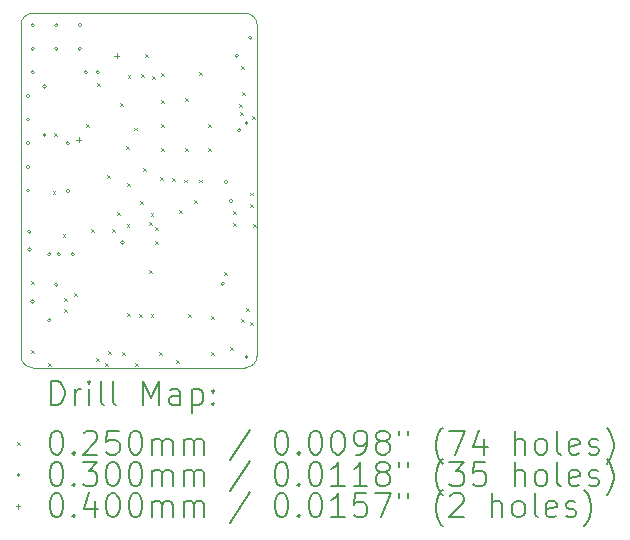
<source format=gbr>
%TF.GenerationSoftware,KiCad,Pcbnew,8.0.0*%
%TF.CreationDate,2024-03-06T14:13:36+03:00*%
%TF.ProjectId,micro17,6d696372-6f31-4372-9e6b-696361645f70,rev?*%
%TF.SameCoordinates,Original*%
%TF.FileFunction,Drillmap*%
%TF.FilePolarity,Positive*%
%FSLAX45Y45*%
G04 Gerber Fmt 4.5, Leading zero omitted, Abs format (unit mm)*
G04 Created by KiCad (PCBNEW 8.0.0) date 2024-03-06 14:13:36*
%MOMM*%
%LPD*%
G01*
G04 APERTURE LIST*
%ADD10C,0.100000*%
%ADD11C,0.200000*%
G04 APERTURE END LIST*
D10*
X20000000Y-7900000D02*
X20000000Y-5100000D01*
X18100000Y-8000000D02*
X19900000Y-8000000D01*
X18000000Y-5100000D02*
G75*
G02*
X18100000Y-5000000I100000J0D01*
G01*
X19900000Y-5000000D02*
G75*
G02*
X20000000Y-5100000I0J-100000D01*
G01*
X19900000Y-5000000D02*
X18100000Y-5000000D01*
X20000000Y-7900000D02*
G75*
G02*
X19900000Y-8000000I-100000J0D01*
G01*
X18000000Y-5100000D02*
X18000000Y-7900000D01*
X18100000Y-8000000D02*
G75*
G02*
X18000000Y-7900000I0J100000D01*
G01*
D11*
D10*
X18085000Y-7267500D02*
X18110000Y-7292500D01*
X18110000Y-7267500D02*
X18085000Y-7292500D01*
X18087500Y-7847215D02*
X18112500Y-7872215D01*
X18112500Y-7847215D02*
X18087500Y-7872215D01*
X18227500Y-7959511D02*
X18252500Y-7984511D01*
X18252500Y-7959511D02*
X18227500Y-7984511D01*
X18267500Y-6507500D02*
X18292500Y-6532500D01*
X18292500Y-6507500D02*
X18267500Y-6532500D01*
X18283500Y-6017500D02*
X18308500Y-6042500D01*
X18308500Y-6017500D02*
X18283500Y-6042500D01*
X18352500Y-6867500D02*
X18377500Y-6892500D01*
X18377500Y-6867500D02*
X18352500Y-6892500D01*
X18361579Y-7505262D02*
X18386579Y-7530262D01*
X18386579Y-7505262D02*
X18361579Y-7530262D01*
X18362500Y-7412500D02*
X18387500Y-7437500D01*
X18387500Y-7412500D02*
X18362500Y-7437500D01*
X18447500Y-7367500D02*
X18472500Y-7392500D01*
X18472500Y-7367500D02*
X18447500Y-7392500D01*
X18547500Y-5937500D02*
X18572500Y-5962500D01*
X18572500Y-5937500D02*
X18547500Y-5962500D01*
X18597500Y-6827500D02*
X18622500Y-6852500D01*
X18622500Y-6827500D02*
X18597500Y-6852500D01*
X18637500Y-7917500D02*
X18662500Y-7942500D01*
X18662500Y-7917500D02*
X18637500Y-7942500D01*
X18647500Y-5587500D02*
X18672500Y-5612500D01*
X18672500Y-5587500D02*
X18647500Y-5612500D01*
X18712500Y-7962500D02*
X18737500Y-7987500D01*
X18737500Y-7962500D02*
X18712500Y-7987500D01*
X18727500Y-6367500D02*
X18752500Y-6392500D01*
X18752500Y-6367500D02*
X18727500Y-6392500D01*
X18737500Y-7860000D02*
X18762500Y-7885000D01*
X18762500Y-7860000D02*
X18737500Y-7885000D01*
X18767500Y-6827500D02*
X18792500Y-6852500D01*
X18792500Y-6827500D02*
X18767500Y-6852500D01*
X18817641Y-6685141D02*
X18842641Y-6710141D01*
X18842641Y-6685141D02*
X18817641Y-6710141D01*
X18837500Y-5757500D02*
X18862500Y-5782500D01*
X18862500Y-5757500D02*
X18837500Y-5782500D01*
X18857500Y-7867500D02*
X18882500Y-7892500D01*
X18882500Y-7867500D02*
X18857500Y-7892500D01*
X18887500Y-6127500D02*
X18912500Y-6152500D01*
X18912500Y-6127500D02*
X18887500Y-6152500D01*
X18894268Y-6784268D02*
X18919268Y-6809268D01*
X18919268Y-6784268D02*
X18894268Y-6809268D01*
X18895484Y-7539516D02*
X18920484Y-7564516D01*
X18920484Y-7539516D02*
X18895484Y-7564516D01*
X18897500Y-6437500D02*
X18922500Y-6462500D01*
X18922500Y-6437500D02*
X18897500Y-6462500D01*
X18902500Y-5522500D02*
X18927500Y-5547500D01*
X18927500Y-5522500D02*
X18902500Y-5547500D01*
X18957500Y-5967500D02*
X18982500Y-5992500D01*
X18982500Y-5967500D02*
X18957500Y-5992500D01*
X18962500Y-7962500D02*
X18987500Y-7987500D01*
X18987500Y-7962500D02*
X18962500Y-7987500D01*
X18997651Y-7545083D02*
X19022651Y-7570083D01*
X19022651Y-7545083D02*
X18997651Y-7570083D01*
X19007500Y-6587500D02*
X19032500Y-6612500D01*
X19032500Y-6587500D02*
X19007500Y-6612500D01*
X19017500Y-5517500D02*
X19042500Y-5542500D01*
X19042500Y-5517500D02*
X19017500Y-5542500D01*
X19037500Y-6307500D02*
X19062500Y-6332500D01*
X19062500Y-6307500D02*
X19037500Y-6332500D01*
X19053500Y-5347500D02*
X19078500Y-5372500D01*
X19078500Y-5347500D02*
X19053500Y-5372500D01*
X19087500Y-6767500D02*
X19112500Y-6792500D01*
X19112500Y-6767500D02*
X19087500Y-6792500D01*
X19087500Y-7177500D02*
X19112500Y-7202500D01*
X19112500Y-7177500D02*
X19087500Y-7202500D01*
X19097472Y-7545072D02*
X19122472Y-7570072D01*
X19122472Y-7545072D02*
X19097472Y-7570072D01*
X19097500Y-6687500D02*
X19122500Y-6712500D01*
X19122500Y-6687500D02*
X19097500Y-6712500D01*
X19107500Y-5527500D02*
X19132500Y-5552500D01*
X19132500Y-5527500D02*
X19107500Y-5552500D01*
X19135000Y-6927276D02*
X19160000Y-6952276D01*
X19160000Y-6927276D02*
X19135000Y-6952276D01*
X19138257Y-6808105D02*
X19163257Y-6833105D01*
X19163257Y-6808105D02*
X19138257Y-6833105D01*
X19167500Y-7867500D02*
X19192500Y-7892500D01*
X19192500Y-7867500D02*
X19167500Y-7892500D01*
X19177500Y-6387500D02*
X19202500Y-6412500D01*
X19202500Y-6387500D02*
X19177500Y-6412500D01*
X19184999Y-5502267D02*
X19209999Y-5527267D01*
X19209999Y-5502267D02*
X19184999Y-5527267D01*
X19187500Y-5737500D02*
X19212500Y-5762500D01*
X19212500Y-5737500D02*
X19187500Y-5762500D01*
X19187500Y-5937500D02*
X19212500Y-5962500D01*
X19212500Y-5937500D02*
X19187500Y-5962500D01*
X19187500Y-6137500D02*
X19212500Y-6162500D01*
X19212500Y-6137500D02*
X19187500Y-6162500D01*
X19278159Y-6396841D02*
X19303159Y-6421841D01*
X19303159Y-6396841D02*
X19278159Y-6421841D01*
X19312500Y-7937500D02*
X19337500Y-7962500D01*
X19337500Y-7937500D02*
X19312500Y-7962500D01*
X19337632Y-6662500D02*
X19362632Y-6687500D01*
X19362632Y-6662500D02*
X19337632Y-6687500D01*
X19377500Y-6407500D02*
X19402500Y-6432500D01*
X19402500Y-6407500D02*
X19377500Y-6432500D01*
X19387500Y-5717500D02*
X19412500Y-5742500D01*
X19412500Y-5717500D02*
X19387500Y-5742500D01*
X19387500Y-6137500D02*
X19412500Y-6162500D01*
X19412500Y-6137500D02*
X19387500Y-6162500D01*
X19417500Y-7542500D02*
X19442500Y-7567500D01*
X19442500Y-7542500D02*
X19417500Y-7567500D01*
X19467500Y-6577500D02*
X19492500Y-6602500D01*
X19492500Y-6577500D02*
X19467500Y-6602500D01*
X19507500Y-5497500D02*
X19532500Y-5522500D01*
X19532500Y-5497500D02*
X19507500Y-5522500D01*
X19507500Y-6407500D02*
X19532500Y-6432500D01*
X19532500Y-6407500D02*
X19507500Y-6432500D01*
X19587500Y-5937500D02*
X19612500Y-5962500D01*
X19612500Y-5937500D02*
X19587500Y-5962500D01*
X19587500Y-6137500D02*
X19612500Y-6162500D01*
X19612500Y-6137500D02*
X19587500Y-6162500D01*
X19607500Y-7867500D02*
X19632500Y-7892500D01*
X19632500Y-7867500D02*
X19607500Y-7892500D01*
X19612500Y-7562500D02*
X19637500Y-7587500D01*
X19637500Y-7562500D02*
X19612500Y-7587500D01*
X19717500Y-7187500D02*
X19742500Y-7212500D01*
X19742500Y-7187500D02*
X19717500Y-7212500D01*
X19767500Y-7827500D02*
X19792500Y-7852500D01*
X19792500Y-7827500D02*
X19767500Y-7852500D01*
X19797500Y-6672500D02*
X19822500Y-6697500D01*
X19822500Y-6672500D02*
X19797500Y-6697500D01*
X19797500Y-6777500D02*
X19822500Y-6802500D01*
X19822500Y-6777500D02*
X19797500Y-6802500D01*
X19847500Y-5767500D02*
X19872500Y-5792500D01*
X19872500Y-5767500D02*
X19847500Y-5792500D01*
X19857500Y-5837500D02*
X19882500Y-5862500D01*
X19882500Y-5837500D02*
X19857500Y-5862500D01*
X19862500Y-7587500D02*
X19887500Y-7612500D01*
X19887500Y-7587500D02*
X19862500Y-7612500D01*
X19867500Y-5447500D02*
X19892500Y-5472500D01*
X19892500Y-5447500D02*
X19867500Y-5472500D01*
X19869500Y-5667500D02*
X19894500Y-5692500D01*
X19894500Y-5667500D02*
X19869500Y-5692500D01*
X19907500Y-7497500D02*
X19932500Y-7522500D01*
X19932500Y-7497500D02*
X19907500Y-7522500D01*
X19937500Y-6517500D02*
X19962500Y-6542500D01*
X19962500Y-6517500D02*
X19937500Y-6542500D01*
X19937500Y-6617500D02*
X19962500Y-6642500D01*
X19962500Y-6617500D02*
X19937500Y-6642500D01*
X19937500Y-7612500D02*
X19962500Y-7637500D01*
X19962500Y-7612500D02*
X19937500Y-7637500D01*
X19957500Y-5867500D02*
X19982500Y-5892500D01*
X19982500Y-5867500D02*
X19957500Y-5892500D01*
X19962500Y-6787500D02*
X19987500Y-6812500D01*
X19987500Y-6787500D02*
X19962500Y-6812500D01*
X18075000Y-5700000D02*
G75*
G02*
X18045000Y-5700000I-15000J0D01*
G01*
X18045000Y-5700000D02*
G75*
G02*
X18075000Y-5700000I15000J0D01*
G01*
X18075000Y-5900000D02*
G75*
G02*
X18045000Y-5900000I-15000J0D01*
G01*
X18045000Y-5900000D02*
G75*
G02*
X18075000Y-5900000I15000J0D01*
G01*
X18075000Y-6100000D02*
G75*
G02*
X18045000Y-6100000I-15000J0D01*
G01*
X18045000Y-6100000D02*
G75*
G02*
X18075000Y-6100000I15000J0D01*
G01*
X18075000Y-6300000D02*
G75*
G02*
X18045000Y-6300000I-15000J0D01*
G01*
X18045000Y-6300000D02*
G75*
G02*
X18075000Y-6300000I15000J0D01*
G01*
X18075000Y-6500000D02*
G75*
G02*
X18045000Y-6500000I-15000J0D01*
G01*
X18045000Y-6500000D02*
G75*
G02*
X18075000Y-6500000I15000J0D01*
G01*
X18085000Y-6850000D02*
G75*
G02*
X18055000Y-6850000I-15000J0D01*
G01*
X18055000Y-6850000D02*
G75*
G02*
X18085000Y-6850000I15000J0D01*
G01*
X18090000Y-7000000D02*
G75*
G02*
X18060000Y-7000000I-15000J0D01*
G01*
X18060000Y-7000000D02*
G75*
G02*
X18090000Y-7000000I15000J0D01*
G01*
X18115000Y-5100000D02*
G75*
G02*
X18085000Y-5100000I-15000J0D01*
G01*
X18085000Y-5100000D02*
G75*
G02*
X18115000Y-5100000I15000J0D01*
G01*
X18115000Y-5300000D02*
G75*
G02*
X18085000Y-5300000I-15000J0D01*
G01*
X18085000Y-5300000D02*
G75*
G02*
X18115000Y-5300000I15000J0D01*
G01*
X18115000Y-5500000D02*
G75*
G02*
X18085000Y-5500000I-15000J0D01*
G01*
X18085000Y-5500000D02*
G75*
G02*
X18115000Y-5500000I15000J0D01*
G01*
X18115000Y-7440000D02*
G75*
G02*
X18085000Y-7440000I-15000J0D01*
G01*
X18085000Y-7440000D02*
G75*
G02*
X18115000Y-7440000I15000J0D01*
G01*
X18215000Y-5620000D02*
G75*
G02*
X18185000Y-5620000I-15000J0D01*
G01*
X18185000Y-5620000D02*
G75*
G02*
X18215000Y-5620000I15000J0D01*
G01*
X18215000Y-6030000D02*
G75*
G02*
X18185000Y-6030000I-15000J0D01*
G01*
X18185000Y-6030000D02*
G75*
G02*
X18215000Y-6030000I15000J0D01*
G01*
X18255000Y-7040000D02*
G75*
G02*
X18225000Y-7040000I-15000J0D01*
G01*
X18225000Y-7040000D02*
G75*
G02*
X18255000Y-7040000I15000J0D01*
G01*
X18255000Y-7600000D02*
G75*
G02*
X18225000Y-7600000I-15000J0D01*
G01*
X18225000Y-7600000D02*
G75*
G02*
X18255000Y-7600000I15000J0D01*
G01*
X18315000Y-5100000D02*
G75*
G02*
X18285000Y-5100000I-15000J0D01*
G01*
X18285000Y-5100000D02*
G75*
G02*
X18315000Y-5100000I15000J0D01*
G01*
X18315000Y-5300000D02*
G75*
G02*
X18285000Y-5300000I-15000J0D01*
G01*
X18285000Y-5300000D02*
G75*
G02*
X18315000Y-5300000I15000J0D01*
G01*
X18315000Y-7300000D02*
G75*
G02*
X18285000Y-7300000I-15000J0D01*
G01*
X18285000Y-7300000D02*
G75*
G02*
X18315000Y-7300000I15000J0D01*
G01*
X18335000Y-7040000D02*
G75*
G02*
X18305000Y-7040000I-15000J0D01*
G01*
X18305000Y-7040000D02*
G75*
G02*
X18335000Y-7040000I15000J0D01*
G01*
X18411000Y-6100000D02*
G75*
G02*
X18381000Y-6100000I-15000J0D01*
G01*
X18381000Y-6100000D02*
G75*
G02*
X18411000Y-6100000I15000J0D01*
G01*
X18415000Y-6503750D02*
G75*
G02*
X18385000Y-6503750I-15000J0D01*
G01*
X18385000Y-6503750D02*
G75*
G02*
X18415000Y-6503750I15000J0D01*
G01*
X18455000Y-7040000D02*
G75*
G02*
X18425000Y-7040000I-15000J0D01*
G01*
X18425000Y-7040000D02*
G75*
G02*
X18455000Y-7040000I15000J0D01*
G01*
X18515000Y-5100000D02*
G75*
G02*
X18485000Y-5100000I-15000J0D01*
G01*
X18485000Y-5100000D02*
G75*
G02*
X18515000Y-5100000I15000J0D01*
G01*
X18515000Y-5300000D02*
G75*
G02*
X18485000Y-5300000I-15000J0D01*
G01*
X18485000Y-5300000D02*
G75*
G02*
X18515000Y-5300000I15000J0D01*
G01*
X18565000Y-5500000D02*
G75*
G02*
X18535000Y-5500000I-15000J0D01*
G01*
X18535000Y-5500000D02*
G75*
G02*
X18565000Y-5500000I15000J0D01*
G01*
X18665000Y-5500000D02*
G75*
G02*
X18635000Y-5500000I-15000J0D01*
G01*
X18635000Y-5500000D02*
G75*
G02*
X18665000Y-5500000I15000J0D01*
G01*
X18875000Y-6940000D02*
G75*
G02*
X18845000Y-6940000I-15000J0D01*
G01*
X18845000Y-6940000D02*
G75*
G02*
X18875000Y-6940000I15000J0D01*
G01*
X19725000Y-7290000D02*
G75*
G02*
X19695000Y-7290000I-15000J0D01*
G01*
X19695000Y-7290000D02*
G75*
G02*
X19725000Y-7290000I15000J0D01*
G01*
X19750000Y-6429000D02*
G75*
G02*
X19720000Y-6429000I-15000J0D01*
G01*
X19720000Y-6429000D02*
G75*
G02*
X19750000Y-6429000I15000J0D01*
G01*
X19795000Y-6590000D02*
G75*
G02*
X19765000Y-6590000I-15000J0D01*
G01*
X19765000Y-6590000D02*
G75*
G02*
X19795000Y-6590000I15000J0D01*
G01*
X19843000Y-5360000D02*
G75*
G02*
X19813000Y-5360000I-15000J0D01*
G01*
X19813000Y-5360000D02*
G75*
G02*
X19843000Y-5360000I15000J0D01*
G01*
X19865000Y-5990000D02*
G75*
G02*
X19835000Y-5990000I-15000J0D01*
G01*
X19835000Y-5990000D02*
G75*
G02*
X19865000Y-5990000I15000J0D01*
G01*
X19925000Y-5930000D02*
G75*
G02*
X19895000Y-5930000I-15000J0D01*
G01*
X19895000Y-5930000D02*
G75*
G02*
X19925000Y-5930000I15000J0D01*
G01*
X19925000Y-7910000D02*
G75*
G02*
X19895000Y-7910000I-15000J0D01*
G01*
X19895000Y-7910000D02*
G75*
G02*
X19925000Y-7910000I15000J0D01*
G01*
X19955000Y-5207250D02*
G75*
G02*
X19925000Y-5207250I-15000J0D01*
G01*
X19925000Y-5207250D02*
G75*
G02*
X19955000Y-5207250I15000J0D01*
G01*
X18490000Y-6050000D02*
X18490000Y-6090000D01*
X18470000Y-6070000D02*
X18510000Y-6070000D01*
X18810000Y-5340000D02*
X18810000Y-5380000D01*
X18790000Y-5360000D02*
X18830000Y-5360000D01*
D11*
X18255777Y-8316484D02*
X18255777Y-8116484D01*
X18255777Y-8116484D02*
X18303396Y-8116484D01*
X18303396Y-8116484D02*
X18331967Y-8126008D01*
X18331967Y-8126008D02*
X18351015Y-8145055D01*
X18351015Y-8145055D02*
X18360539Y-8164103D01*
X18360539Y-8164103D02*
X18370063Y-8202198D01*
X18370063Y-8202198D02*
X18370063Y-8230769D01*
X18370063Y-8230769D02*
X18360539Y-8268865D01*
X18360539Y-8268865D02*
X18351015Y-8287912D01*
X18351015Y-8287912D02*
X18331967Y-8306960D01*
X18331967Y-8306960D02*
X18303396Y-8316484D01*
X18303396Y-8316484D02*
X18255777Y-8316484D01*
X18455777Y-8316484D02*
X18455777Y-8183150D01*
X18455777Y-8221246D02*
X18465301Y-8202198D01*
X18465301Y-8202198D02*
X18474824Y-8192674D01*
X18474824Y-8192674D02*
X18493872Y-8183150D01*
X18493872Y-8183150D02*
X18512920Y-8183150D01*
X18579586Y-8316484D02*
X18579586Y-8183150D01*
X18579586Y-8116484D02*
X18570063Y-8126008D01*
X18570063Y-8126008D02*
X18579586Y-8135531D01*
X18579586Y-8135531D02*
X18589110Y-8126008D01*
X18589110Y-8126008D02*
X18579586Y-8116484D01*
X18579586Y-8116484D02*
X18579586Y-8135531D01*
X18703396Y-8316484D02*
X18684348Y-8306960D01*
X18684348Y-8306960D02*
X18674824Y-8287912D01*
X18674824Y-8287912D02*
X18674824Y-8116484D01*
X18808158Y-8316484D02*
X18789110Y-8306960D01*
X18789110Y-8306960D02*
X18779586Y-8287912D01*
X18779586Y-8287912D02*
X18779586Y-8116484D01*
X19036729Y-8316484D02*
X19036729Y-8116484D01*
X19036729Y-8116484D02*
X19103396Y-8259341D01*
X19103396Y-8259341D02*
X19170063Y-8116484D01*
X19170063Y-8116484D02*
X19170063Y-8316484D01*
X19351015Y-8316484D02*
X19351015Y-8211722D01*
X19351015Y-8211722D02*
X19341491Y-8192674D01*
X19341491Y-8192674D02*
X19322444Y-8183150D01*
X19322444Y-8183150D02*
X19284348Y-8183150D01*
X19284348Y-8183150D02*
X19265301Y-8192674D01*
X19351015Y-8306960D02*
X19331967Y-8316484D01*
X19331967Y-8316484D02*
X19284348Y-8316484D01*
X19284348Y-8316484D02*
X19265301Y-8306960D01*
X19265301Y-8306960D02*
X19255777Y-8287912D01*
X19255777Y-8287912D02*
X19255777Y-8268865D01*
X19255777Y-8268865D02*
X19265301Y-8249817D01*
X19265301Y-8249817D02*
X19284348Y-8240293D01*
X19284348Y-8240293D02*
X19331967Y-8240293D01*
X19331967Y-8240293D02*
X19351015Y-8230769D01*
X19446253Y-8183150D02*
X19446253Y-8383150D01*
X19446253Y-8192674D02*
X19465301Y-8183150D01*
X19465301Y-8183150D02*
X19503396Y-8183150D01*
X19503396Y-8183150D02*
X19522444Y-8192674D01*
X19522444Y-8192674D02*
X19531967Y-8202198D01*
X19531967Y-8202198D02*
X19541491Y-8221246D01*
X19541491Y-8221246D02*
X19541491Y-8278388D01*
X19541491Y-8278388D02*
X19531967Y-8297436D01*
X19531967Y-8297436D02*
X19522444Y-8306960D01*
X19522444Y-8306960D02*
X19503396Y-8316484D01*
X19503396Y-8316484D02*
X19465301Y-8316484D01*
X19465301Y-8316484D02*
X19446253Y-8306960D01*
X19627205Y-8297436D02*
X19636729Y-8306960D01*
X19636729Y-8306960D02*
X19627205Y-8316484D01*
X19627205Y-8316484D02*
X19617682Y-8306960D01*
X19617682Y-8306960D02*
X19627205Y-8297436D01*
X19627205Y-8297436D02*
X19627205Y-8316484D01*
X19627205Y-8192674D02*
X19636729Y-8202198D01*
X19636729Y-8202198D02*
X19627205Y-8211722D01*
X19627205Y-8211722D02*
X19617682Y-8202198D01*
X19617682Y-8202198D02*
X19627205Y-8192674D01*
X19627205Y-8192674D02*
X19627205Y-8211722D01*
D10*
X17970000Y-8632500D02*
X17995000Y-8657500D01*
X17995000Y-8632500D02*
X17970000Y-8657500D01*
D11*
X18293872Y-8536484D02*
X18312920Y-8536484D01*
X18312920Y-8536484D02*
X18331967Y-8546008D01*
X18331967Y-8546008D02*
X18341491Y-8555531D01*
X18341491Y-8555531D02*
X18351015Y-8574579D01*
X18351015Y-8574579D02*
X18360539Y-8612674D01*
X18360539Y-8612674D02*
X18360539Y-8660293D01*
X18360539Y-8660293D02*
X18351015Y-8698389D01*
X18351015Y-8698389D02*
X18341491Y-8717436D01*
X18341491Y-8717436D02*
X18331967Y-8726960D01*
X18331967Y-8726960D02*
X18312920Y-8736484D01*
X18312920Y-8736484D02*
X18293872Y-8736484D01*
X18293872Y-8736484D02*
X18274824Y-8726960D01*
X18274824Y-8726960D02*
X18265301Y-8717436D01*
X18265301Y-8717436D02*
X18255777Y-8698389D01*
X18255777Y-8698389D02*
X18246253Y-8660293D01*
X18246253Y-8660293D02*
X18246253Y-8612674D01*
X18246253Y-8612674D02*
X18255777Y-8574579D01*
X18255777Y-8574579D02*
X18265301Y-8555531D01*
X18265301Y-8555531D02*
X18274824Y-8546008D01*
X18274824Y-8546008D02*
X18293872Y-8536484D01*
X18446253Y-8717436D02*
X18455777Y-8726960D01*
X18455777Y-8726960D02*
X18446253Y-8736484D01*
X18446253Y-8736484D02*
X18436729Y-8726960D01*
X18436729Y-8726960D02*
X18446253Y-8717436D01*
X18446253Y-8717436D02*
X18446253Y-8736484D01*
X18531967Y-8555531D02*
X18541491Y-8546008D01*
X18541491Y-8546008D02*
X18560539Y-8536484D01*
X18560539Y-8536484D02*
X18608158Y-8536484D01*
X18608158Y-8536484D02*
X18627205Y-8546008D01*
X18627205Y-8546008D02*
X18636729Y-8555531D01*
X18636729Y-8555531D02*
X18646253Y-8574579D01*
X18646253Y-8574579D02*
X18646253Y-8593627D01*
X18646253Y-8593627D02*
X18636729Y-8622198D01*
X18636729Y-8622198D02*
X18522444Y-8736484D01*
X18522444Y-8736484D02*
X18646253Y-8736484D01*
X18827205Y-8536484D02*
X18731967Y-8536484D01*
X18731967Y-8536484D02*
X18722444Y-8631722D01*
X18722444Y-8631722D02*
X18731967Y-8622198D01*
X18731967Y-8622198D02*
X18751015Y-8612674D01*
X18751015Y-8612674D02*
X18798634Y-8612674D01*
X18798634Y-8612674D02*
X18817682Y-8622198D01*
X18817682Y-8622198D02*
X18827205Y-8631722D01*
X18827205Y-8631722D02*
X18836729Y-8650770D01*
X18836729Y-8650770D02*
X18836729Y-8698389D01*
X18836729Y-8698389D02*
X18827205Y-8717436D01*
X18827205Y-8717436D02*
X18817682Y-8726960D01*
X18817682Y-8726960D02*
X18798634Y-8736484D01*
X18798634Y-8736484D02*
X18751015Y-8736484D01*
X18751015Y-8736484D02*
X18731967Y-8726960D01*
X18731967Y-8726960D02*
X18722444Y-8717436D01*
X18960539Y-8536484D02*
X18979586Y-8536484D01*
X18979586Y-8536484D02*
X18998634Y-8546008D01*
X18998634Y-8546008D02*
X19008158Y-8555531D01*
X19008158Y-8555531D02*
X19017682Y-8574579D01*
X19017682Y-8574579D02*
X19027205Y-8612674D01*
X19027205Y-8612674D02*
X19027205Y-8660293D01*
X19027205Y-8660293D02*
X19017682Y-8698389D01*
X19017682Y-8698389D02*
X19008158Y-8717436D01*
X19008158Y-8717436D02*
X18998634Y-8726960D01*
X18998634Y-8726960D02*
X18979586Y-8736484D01*
X18979586Y-8736484D02*
X18960539Y-8736484D01*
X18960539Y-8736484D02*
X18941491Y-8726960D01*
X18941491Y-8726960D02*
X18931967Y-8717436D01*
X18931967Y-8717436D02*
X18922444Y-8698389D01*
X18922444Y-8698389D02*
X18912920Y-8660293D01*
X18912920Y-8660293D02*
X18912920Y-8612674D01*
X18912920Y-8612674D02*
X18922444Y-8574579D01*
X18922444Y-8574579D02*
X18931967Y-8555531D01*
X18931967Y-8555531D02*
X18941491Y-8546008D01*
X18941491Y-8546008D02*
X18960539Y-8536484D01*
X19112920Y-8736484D02*
X19112920Y-8603150D01*
X19112920Y-8622198D02*
X19122444Y-8612674D01*
X19122444Y-8612674D02*
X19141491Y-8603150D01*
X19141491Y-8603150D02*
X19170063Y-8603150D01*
X19170063Y-8603150D02*
X19189110Y-8612674D01*
X19189110Y-8612674D02*
X19198634Y-8631722D01*
X19198634Y-8631722D02*
X19198634Y-8736484D01*
X19198634Y-8631722D02*
X19208158Y-8612674D01*
X19208158Y-8612674D02*
X19227205Y-8603150D01*
X19227205Y-8603150D02*
X19255777Y-8603150D01*
X19255777Y-8603150D02*
X19274825Y-8612674D01*
X19274825Y-8612674D02*
X19284348Y-8631722D01*
X19284348Y-8631722D02*
X19284348Y-8736484D01*
X19379586Y-8736484D02*
X19379586Y-8603150D01*
X19379586Y-8622198D02*
X19389110Y-8612674D01*
X19389110Y-8612674D02*
X19408158Y-8603150D01*
X19408158Y-8603150D02*
X19436729Y-8603150D01*
X19436729Y-8603150D02*
X19455777Y-8612674D01*
X19455777Y-8612674D02*
X19465301Y-8631722D01*
X19465301Y-8631722D02*
X19465301Y-8736484D01*
X19465301Y-8631722D02*
X19474825Y-8612674D01*
X19474825Y-8612674D02*
X19493872Y-8603150D01*
X19493872Y-8603150D02*
X19522444Y-8603150D01*
X19522444Y-8603150D02*
X19541491Y-8612674D01*
X19541491Y-8612674D02*
X19551015Y-8631722D01*
X19551015Y-8631722D02*
X19551015Y-8736484D01*
X19941491Y-8526960D02*
X19770063Y-8784103D01*
X20198634Y-8536484D02*
X20217682Y-8536484D01*
X20217682Y-8536484D02*
X20236729Y-8546008D01*
X20236729Y-8546008D02*
X20246253Y-8555531D01*
X20246253Y-8555531D02*
X20255777Y-8574579D01*
X20255777Y-8574579D02*
X20265301Y-8612674D01*
X20265301Y-8612674D02*
X20265301Y-8660293D01*
X20265301Y-8660293D02*
X20255777Y-8698389D01*
X20255777Y-8698389D02*
X20246253Y-8717436D01*
X20246253Y-8717436D02*
X20236729Y-8726960D01*
X20236729Y-8726960D02*
X20217682Y-8736484D01*
X20217682Y-8736484D02*
X20198634Y-8736484D01*
X20198634Y-8736484D02*
X20179587Y-8726960D01*
X20179587Y-8726960D02*
X20170063Y-8717436D01*
X20170063Y-8717436D02*
X20160539Y-8698389D01*
X20160539Y-8698389D02*
X20151015Y-8660293D01*
X20151015Y-8660293D02*
X20151015Y-8612674D01*
X20151015Y-8612674D02*
X20160539Y-8574579D01*
X20160539Y-8574579D02*
X20170063Y-8555531D01*
X20170063Y-8555531D02*
X20179587Y-8546008D01*
X20179587Y-8546008D02*
X20198634Y-8536484D01*
X20351015Y-8717436D02*
X20360539Y-8726960D01*
X20360539Y-8726960D02*
X20351015Y-8736484D01*
X20351015Y-8736484D02*
X20341491Y-8726960D01*
X20341491Y-8726960D02*
X20351015Y-8717436D01*
X20351015Y-8717436D02*
X20351015Y-8736484D01*
X20484348Y-8536484D02*
X20503396Y-8536484D01*
X20503396Y-8536484D02*
X20522444Y-8546008D01*
X20522444Y-8546008D02*
X20531968Y-8555531D01*
X20531968Y-8555531D02*
X20541491Y-8574579D01*
X20541491Y-8574579D02*
X20551015Y-8612674D01*
X20551015Y-8612674D02*
X20551015Y-8660293D01*
X20551015Y-8660293D02*
X20541491Y-8698389D01*
X20541491Y-8698389D02*
X20531968Y-8717436D01*
X20531968Y-8717436D02*
X20522444Y-8726960D01*
X20522444Y-8726960D02*
X20503396Y-8736484D01*
X20503396Y-8736484D02*
X20484348Y-8736484D01*
X20484348Y-8736484D02*
X20465301Y-8726960D01*
X20465301Y-8726960D02*
X20455777Y-8717436D01*
X20455777Y-8717436D02*
X20446253Y-8698389D01*
X20446253Y-8698389D02*
X20436729Y-8660293D01*
X20436729Y-8660293D02*
X20436729Y-8612674D01*
X20436729Y-8612674D02*
X20446253Y-8574579D01*
X20446253Y-8574579D02*
X20455777Y-8555531D01*
X20455777Y-8555531D02*
X20465301Y-8546008D01*
X20465301Y-8546008D02*
X20484348Y-8536484D01*
X20674825Y-8536484D02*
X20693872Y-8536484D01*
X20693872Y-8536484D02*
X20712920Y-8546008D01*
X20712920Y-8546008D02*
X20722444Y-8555531D01*
X20722444Y-8555531D02*
X20731968Y-8574579D01*
X20731968Y-8574579D02*
X20741491Y-8612674D01*
X20741491Y-8612674D02*
X20741491Y-8660293D01*
X20741491Y-8660293D02*
X20731968Y-8698389D01*
X20731968Y-8698389D02*
X20722444Y-8717436D01*
X20722444Y-8717436D02*
X20712920Y-8726960D01*
X20712920Y-8726960D02*
X20693872Y-8736484D01*
X20693872Y-8736484D02*
X20674825Y-8736484D01*
X20674825Y-8736484D02*
X20655777Y-8726960D01*
X20655777Y-8726960D02*
X20646253Y-8717436D01*
X20646253Y-8717436D02*
X20636729Y-8698389D01*
X20636729Y-8698389D02*
X20627206Y-8660293D01*
X20627206Y-8660293D02*
X20627206Y-8612674D01*
X20627206Y-8612674D02*
X20636729Y-8574579D01*
X20636729Y-8574579D02*
X20646253Y-8555531D01*
X20646253Y-8555531D02*
X20655777Y-8546008D01*
X20655777Y-8546008D02*
X20674825Y-8536484D01*
X20836729Y-8736484D02*
X20874825Y-8736484D01*
X20874825Y-8736484D02*
X20893872Y-8726960D01*
X20893872Y-8726960D02*
X20903396Y-8717436D01*
X20903396Y-8717436D02*
X20922444Y-8688865D01*
X20922444Y-8688865D02*
X20931968Y-8650770D01*
X20931968Y-8650770D02*
X20931968Y-8574579D01*
X20931968Y-8574579D02*
X20922444Y-8555531D01*
X20922444Y-8555531D02*
X20912920Y-8546008D01*
X20912920Y-8546008D02*
X20893872Y-8536484D01*
X20893872Y-8536484D02*
X20855777Y-8536484D01*
X20855777Y-8536484D02*
X20836729Y-8546008D01*
X20836729Y-8546008D02*
X20827206Y-8555531D01*
X20827206Y-8555531D02*
X20817682Y-8574579D01*
X20817682Y-8574579D02*
X20817682Y-8622198D01*
X20817682Y-8622198D02*
X20827206Y-8641246D01*
X20827206Y-8641246D02*
X20836729Y-8650770D01*
X20836729Y-8650770D02*
X20855777Y-8660293D01*
X20855777Y-8660293D02*
X20893872Y-8660293D01*
X20893872Y-8660293D02*
X20912920Y-8650770D01*
X20912920Y-8650770D02*
X20922444Y-8641246D01*
X20922444Y-8641246D02*
X20931968Y-8622198D01*
X21046253Y-8622198D02*
X21027206Y-8612674D01*
X21027206Y-8612674D02*
X21017682Y-8603150D01*
X21017682Y-8603150D02*
X21008158Y-8584103D01*
X21008158Y-8584103D02*
X21008158Y-8574579D01*
X21008158Y-8574579D02*
X21017682Y-8555531D01*
X21017682Y-8555531D02*
X21027206Y-8546008D01*
X21027206Y-8546008D02*
X21046253Y-8536484D01*
X21046253Y-8536484D02*
X21084349Y-8536484D01*
X21084349Y-8536484D02*
X21103396Y-8546008D01*
X21103396Y-8546008D02*
X21112920Y-8555531D01*
X21112920Y-8555531D02*
X21122444Y-8574579D01*
X21122444Y-8574579D02*
X21122444Y-8584103D01*
X21122444Y-8584103D02*
X21112920Y-8603150D01*
X21112920Y-8603150D02*
X21103396Y-8612674D01*
X21103396Y-8612674D02*
X21084349Y-8622198D01*
X21084349Y-8622198D02*
X21046253Y-8622198D01*
X21046253Y-8622198D02*
X21027206Y-8631722D01*
X21027206Y-8631722D02*
X21017682Y-8641246D01*
X21017682Y-8641246D02*
X21008158Y-8660293D01*
X21008158Y-8660293D02*
X21008158Y-8698389D01*
X21008158Y-8698389D02*
X21017682Y-8717436D01*
X21017682Y-8717436D02*
X21027206Y-8726960D01*
X21027206Y-8726960D02*
X21046253Y-8736484D01*
X21046253Y-8736484D02*
X21084349Y-8736484D01*
X21084349Y-8736484D02*
X21103396Y-8726960D01*
X21103396Y-8726960D02*
X21112920Y-8717436D01*
X21112920Y-8717436D02*
X21122444Y-8698389D01*
X21122444Y-8698389D02*
X21122444Y-8660293D01*
X21122444Y-8660293D02*
X21112920Y-8641246D01*
X21112920Y-8641246D02*
X21103396Y-8631722D01*
X21103396Y-8631722D02*
X21084349Y-8622198D01*
X21198634Y-8536484D02*
X21198634Y-8574579D01*
X21274825Y-8536484D02*
X21274825Y-8574579D01*
X21570063Y-8812674D02*
X21560539Y-8803150D01*
X21560539Y-8803150D02*
X21541491Y-8774579D01*
X21541491Y-8774579D02*
X21531968Y-8755531D01*
X21531968Y-8755531D02*
X21522444Y-8726960D01*
X21522444Y-8726960D02*
X21512920Y-8679341D01*
X21512920Y-8679341D02*
X21512920Y-8641246D01*
X21512920Y-8641246D02*
X21522444Y-8593627D01*
X21522444Y-8593627D02*
X21531968Y-8565055D01*
X21531968Y-8565055D02*
X21541491Y-8546008D01*
X21541491Y-8546008D02*
X21560539Y-8517436D01*
X21560539Y-8517436D02*
X21570063Y-8507912D01*
X21627206Y-8536484D02*
X21760539Y-8536484D01*
X21760539Y-8536484D02*
X21674825Y-8736484D01*
X21922444Y-8603150D02*
X21922444Y-8736484D01*
X21874825Y-8526960D02*
X21827206Y-8669817D01*
X21827206Y-8669817D02*
X21951015Y-8669817D01*
X22179587Y-8736484D02*
X22179587Y-8536484D01*
X22265301Y-8736484D02*
X22265301Y-8631722D01*
X22265301Y-8631722D02*
X22255777Y-8612674D01*
X22255777Y-8612674D02*
X22236730Y-8603150D01*
X22236730Y-8603150D02*
X22208158Y-8603150D01*
X22208158Y-8603150D02*
X22189111Y-8612674D01*
X22189111Y-8612674D02*
X22179587Y-8622198D01*
X22389110Y-8736484D02*
X22370063Y-8726960D01*
X22370063Y-8726960D02*
X22360539Y-8717436D01*
X22360539Y-8717436D02*
X22351015Y-8698389D01*
X22351015Y-8698389D02*
X22351015Y-8641246D01*
X22351015Y-8641246D02*
X22360539Y-8622198D01*
X22360539Y-8622198D02*
X22370063Y-8612674D01*
X22370063Y-8612674D02*
X22389110Y-8603150D01*
X22389110Y-8603150D02*
X22417682Y-8603150D01*
X22417682Y-8603150D02*
X22436730Y-8612674D01*
X22436730Y-8612674D02*
X22446253Y-8622198D01*
X22446253Y-8622198D02*
X22455777Y-8641246D01*
X22455777Y-8641246D02*
X22455777Y-8698389D01*
X22455777Y-8698389D02*
X22446253Y-8717436D01*
X22446253Y-8717436D02*
X22436730Y-8726960D01*
X22436730Y-8726960D02*
X22417682Y-8736484D01*
X22417682Y-8736484D02*
X22389110Y-8736484D01*
X22570063Y-8736484D02*
X22551015Y-8726960D01*
X22551015Y-8726960D02*
X22541491Y-8707912D01*
X22541491Y-8707912D02*
X22541491Y-8536484D01*
X22722444Y-8726960D02*
X22703396Y-8736484D01*
X22703396Y-8736484D02*
X22665301Y-8736484D01*
X22665301Y-8736484D02*
X22646253Y-8726960D01*
X22646253Y-8726960D02*
X22636730Y-8707912D01*
X22636730Y-8707912D02*
X22636730Y-8631722D01*
X22636730Y-8631722D02*
X22646253Y-8612674D01*
X22646253Y-8612674D02*
X22665301Y-8603150D01*
X22665301Y-8603150D02*
X22703396Y-8603150D01*
X22703396Y-8603150D02*
X22722444Y-8612674D01*
X22722444Y-8612674D02*
X22731968Y-8631722D01*
X22731968Y-8631722D02*
X22731968Y-8650770D01*
X22731968Y-8650770D02*
X22636730Y-8669817D01*
X22808158Y-8726960D02*
X22827206Y-8736484D01*
X22827206Y-8736484D02*
X22865301Y-8736484D01*
X22865301Y-8736484D02*
X22884349Y-8726960D01*
X22884349Y-8726960D02*
X22893872Y-8707912D01*
X22893872Y-8707912D02*
X22893872Y-8698389D01*
X22893872Y-8698389D02*
X22884349Y-8679341D01*
X22884349Y-8679341D02*
X22865301Y-8669817D01*
X22865301Y-8669817D02*
X22836730Y-8669817D01*
X22836730Y-8669817D02*
X22817682Y-8660293D01*
X22817682Y-8660293D02*
X22808158Y-8641246D01*
X22808158Y-8641246D02*
X22808158Y-8631722D01*
X22808158Y-8631722D02*
X22817682Y-8612674D01*
X22817682Y-8612674D02*
X22836730Y-8603150D01*
X22836730Y-8603150D02*
X22865301Y-8603150D01*
X22865301Y-8603150D02*
X22884349Y-8612674D01*
X22960539Y-8812674D02*
X22970063Y-8803150D01*
X22970063Y-8803150D02*
X22989111Y-8774579D01*
X22989111Y-8774579D02*
X22998634Y-8755531D01*
X22998634Y-8755531D02*
X23008158Y-8726960D01*
X23008158Y-8726960D02*
X23017682Y-8679341D01*
X23017682Y-8679341D02*
X23017682Y-8641246D01*
X23017682Y-8641246D02*
X23008158Y-8593627D01*
X23008158Y-8593627D02*
X22998634Y-8565055D01*
X22998634Y-8565055D02*
X22989111Y-8546008D01*
X22989111Y-8546008D02*
X22970063Y-8517436D01*
X22970063Y-8517436D02*
X22960539Y-8507912D01*
D10*
X17995000Y-8909000D02*
G75*
G02*
X17965000Y-8909000I-15000J0D01*
G01*
X17965000Y-8909000D02*
G75*
G02*
X17995000Y-8909000I15000J0D01*
G01*
D11*
X18293872Y-8800484D02*
X18312920Y-8800484D01*
X18312920Y-8800484D02*
X18331967Y-8810008D01*
X18331967Y-8810008D02*
X18341491Y-8819531D01*
X18341491Y-8819531D02*
X18351015Y-8838579D01*
X18351015Y-8838579D02*
X18360539Y-8876674D01*
X18360539Y-8876674D02*
X18360539Y-8924293D01*
X18360539Y-8924293D02*
X18351015Y-8962389D01*
X18351015Y-8962389D02*
X18341491Y-8981436D01*
X18341491Y-8981436D02*
X18331967Y-8990960D01*
X18331967Y-8990960D02*
X18312920Y-9000484D01*
X18312920Y-9000484D02*
X18293872Y-9000484D01*
X18293872Y-9000484D02*
X18274824Y-8990960D01*
X18274824Y-8990960D02*
X18265301Y-8981436D01*
X18265301Y-8981436D02*
X18255777Y-8962389D01*
X18255777Y-8962389D02*
X18246253Y-8924293D01*
X18246253Y-8924293D02*
X18246253Y-8876674D01*
X18246253Y-8876674D02*
X18255777Y-8838579D01*
X18255777Y-8838579D02*
X18265301Y-8819531D01*
X18265301Y-8819531D02*
X18274824Y-8810008D01*
X18274824Y-8810008D02*
X18293872Y-8800484D01*
X18446253Y-8981436D02*
X18455777Y-8990960D01*
X18455777Y-8990960D02*
X18446253Y-9000484D01*
X18446253Y-9000484D02*
X18436729Y-8990960D01*
X18436729Y-8990960D02*
X18446253Y-8981436D01*
X18446253Y-8981436D02*
X18446253Y-9000484D01*
X18522444Y-8800484D02*
X18646253Y-8800484D01*
X18646253Y-8800484D02*
X18579586Y-8876674D01*
X18579586Y-8876674D02*
X18608158Y-8876674D01*
X18608158Y-8876674D02*
X18627205Y-8886198D01*
X18627205Y-8886198D02*
X18636729Y-8895722D01*
X18636729Y-8895722D02*
X18646253Y-8914770D01*
X18646253Y-8914770D02*
X18646253Y-8962389D01*
X18646253Y-8962389D02*
X18636729Y-8981436D01*
X18636729Y-8981436D02*
X18627205Y-8990960D01*
X18627205Y-8990960D02*
X18608158Y-9000484D01*
X18608158Y-9000484D02*
X18551015Y-9000484D01*
X18551015Y-9000484D02*
X18531967Y-8990960D01*
X18531967Y-8990960D02*
X18522444Y-8981436D01*
X18770063Y-8800484D02*
X18789110Y-8800484D01*
X18789110Y-8800484D02*
X18808158Y-8810008D01*
X18808158Y-8810008D02*
X18817682Y-8819531D01*
X18817682Y-8819531D02*
X18827205Y-8838579D01*
X18827205Y-8838579D02*
X18836729Y-8876674D01*
X18836729Y-8876674D02*
X18836729Y-8924293D01*
X18836729Y-8924293D02*
X18827205Y-8962389D01*
X18827205Y-8962389D02*
X18817682Y-8981436D01*
X18817682Y-8981436D02*
X18808158Y-8990960D01*
X18808158Y-8990960D02*
X18789110Y-9000484D01*
X18789110Y-9000484D02*
X18770063Y-9000484D01*
X18770063Y-9000484D02*
X18751015Y-8990960D01*
X18751015Y-8990960D02*
X18741491Y-8981436D01*
X18741491Y-8981436D02*
X18731967Y-8962389D01*
X18731967Y-8962389D02*
X18722444Y-8924293D01*
X18722444Y-8924293D02*
X18722444Y-8876674D01*
X18722444Y-8876674D02*
X18731967Y-8838579D01*
X18731967Y-8838579D02*
X18741491Y-8819531D01*
X18741491Y-8819531D02*
X18751015Y-8810008D01*
X18751015Y-8810008D02*
X18770063Y-8800484D01*
X18960539Y-8800484D02*
X18979586Y-8800484D01*
X18979586Y-8800484D02*
X18998634Y-8810008D01*
X18998634Y-8810008D02*
X19008158Y-8819531D01*
X19008158Y-8819531D02*
X19017682Y-8838579D01*
X19017682Y-8838579D02*
X19027205Y-8876674D01*
X19027205Y-8876674D02*
X19027205Y-8924293D01*
X19027205Y-8924293D02*
X19017682Y-8962389D01*
X19017682Y-8962389D02*
X19008158Y-8981436D01*
X19008158Y-8981436D02*
X18998634Y-8990960D01*
X18998634Y-8990960D02*
X18979586Y-9000484D01*
X18979586Y-9000484D02*
X18960539Y-9000484D01*
X18960539Y-9000484D02*
X18941491Y-8990960D01*
X18941491Y-8990960D02*
X18931967Y-8981436D01*
X18931967Y-8981436D02*
X18922444Y-8962389D01*
X18922444Y-8962389D02*
X18912920Y-8924293D01*
X18912920Y-8924293D02*
X18912920Y-8876674D01*
X18912920Y-8876674D02*
X18922444Y-8838579D01*
X18922444Y-8838579D02*
X18931967Y-8819531D01*
X18931967Y-8819531D02*
X18941491Y-8810008D01*
X18941491Y-8810008D02*
X18960539Y-8800484D01*
X19112920Y-9000484D02*
X19112920Y-8867150D01*
X19112920Y-8886198D02*
X19122444Y-8876674D01*
X19122444Y-8876674D02*
X19141491Y-8867150D01*
X19141491Y-8867150D02*
X19170063Y-8867150D01*
X19170063Y-8867150D02*
X19189110Y-8876674D01*
X19189110Y-8876674D02*
X19198634Y-8895722D01*
X19198634Y-8895722D02*
X19198634Y-9000484D01*
X19198634Y-8895722D02*
X19208158Y-8876674D01*
X19208158Y-8876674D02*
X19227205Y-8867150D01*
X19227205Y-8867150D02*
X19255777Y-8867150D01*
X19255777Y-8867150D02*
X19274825Y-8876674D01*
X19274825Y-8876674D02*
X19284348Y-8895722D01*
X19284348Y-8895722D02*
X19284348Y-9000484D01*
X19379586Y-9000484D02*
X19379586Y-8867150D01*
X19379586Y-8886198D02*
X19389110Y-8876674D01*
X19389110Y-8876674D02*
X19408158Y-8867150D01*
X19408158Y-8867150D02*
X19436729Y-8867150D01*
X19436729Y-8867150D02*
X19455777Y-8876674D01*
X19455777Y-8876674D02*
X19465301Y-8895722D01*
X19465301Y-8895722D02*
X19465301Y-9000484D01*
X19465301Y-8895722D02*
X19474825Y-8876674D01*
X19474825Y-8876674D02*
X19493872Y-8867150D01*
X19493872Y-8867150D02*
X19522444Y-8867150D01*
X19522444Y-8867150D02*
X19541491Y-8876674D01*
X19541491Y-8876674D02*
X19551015Y-8895722D01*
X19551015Y-8895722D02*
X19551015Y-9000484D01*
X19941491Y-8790960D02*
X19770063Y-9048103D01*
X20198634Y-8800484D02*
X20217682Y-8800484D01*
X20217682Y-8800484D02*
X20236729Y-8810008D01*
X20236729Y-8810008D02*
X20246253Y-8819531D01*
X20246253Y-8819531D02*
X20255777Y-8838579D01*
X20255777Y-8838579D02*
X20265301Y-8876674D01*
X20265301Y-8876674D02*
X20265301Y-8924293D01*
X20265301Y-8924293D02*
X20255777Y-8962389D01*
X20255777Y-8962389D02*
X20246253Y-8981436D01*
X20246253Y-8981436D02*
X20236729Y-8990960D01*
X20236729Y-8990960D02*
X20217682Y-9000484D01*
X20217682Y-9000484D02*
X20198634Y-9000484D01*
X20198634Y-9000484D02*
X20179587Y-8990960D01*
X20179587Y-8990960D02*
X20170063Y-8981436D01*
X20170063Y-8981436D02*
X20160539Y-8962389D01*
X20160539Y-8962389D02*
X20151015Y-8924293D01*
X20151015Y-8924293D02*
X20151015Y-8876674D01*
X20151015Y-8876674D02*
X20160539Y-8838579D01*
X20160539Y-8838579D02*
X20170063Y-8819531D01*
X20170063Y-8819531D02*
X20179587Y-8810008D01*
X20179587Y-8810008D02*
X20198634Y-8800484D01*
X20351015Y-8981436D02*
X20360539Y-8990960D01*
X20360539Y-8990960D02*
X20351015Y-9000484D01*
X20351015Y-9000484D02*
X20341491Y-8990960D01*
X20341491Y-8990960D02*
X20351015Y-8981436D01*
X20351015Y-8981436D02*
X20351015Y-9000484D01*
X20484348Y-8800484D02*
X20503396Y-8800484D01*
X20503396Y-8800484D02*
X20522444Y-8810008D01*
X20522444Y-8810008D02*
X20531968Y-8819531D01*
X20531968Y-8819531D02*
X20541491Y-8838579D01*
X20541491Y-8838579D02*
X20551015Y-8876674D01*
X20551015Y-8876674D02*
X20551015Y-8924293D01*
X20551015Y-8924293D02*
X20541491Y-8962389D01*
X20541491Y-8962389D02*
X20531968Y-8981436D01*
X20531968Y-8981436D02*
X20522444Y-8990960D01*
X20522444Y-8990960D02*
X20503396Y-9000484D01*
X20503396Y-9000484D02*
X20484348Y-9000484D01*
X20484348Y-9000484D02*
X20465301Y-8990960D01*
X20465301Y-8990960D02*
X20455777Y-8981436D01*
X20455777Y-8981436D02*
X20446253Y-8962389D01*
X20446253Y-8962389D02*
X20436729Y-8924293D01*
X20436729Y-8924293D02*
X20436729Y-8876674D01*
X20436729Y-8876674D02*
X20446253Y-8838579D01*
X20446253Y-8838579D02*
X20455777Y-8819531D01*
X20455777Y-8819531D02*
X20465301Y-8810008D01*
X20465301Y-8810008D02*
X20484348Y-8800484D01*
X20741491Y-9000484D02*
X20627206Y-9000484D01*
X20684348Y-9000484D02*
X20684348Y-8800484D01*
X20684348Y-8800484D02*
X20665301Y-8829055D01*
X20665301Y-8829055D02*
X20646253Y-8848103D01*
X20646253Y-8848103D02*
X20627206Y-8857627D01*
X20931968Y-9000484D02*
X20817682Y-9000484D01*
X20874825Y-9000484D02*
X20874825Y-8800484D01*
X20874825Y-8800484D02*
X20855777Y-8829055D01*
X20855777Y-8829055D02*
X20836729Y-8848103D01*
X20836729Y-8848103D02*
X20817682Y-8857627D01*
X21046253Y-8886198D02*
X21027206Y-8876674D01*
X21027206Y-8876674D02*
X21017682Y-8867150D01*
X21017682Y-8867150D02*
X21008158Y-8848103D01*
X21008158Y-8848103D02*
X21008158Y-8838579D01*
X21008158Y-8838579D02*
X21017682Y-8819531D01*
X21017682Y-8819531D02*
X21027206Y-8810008D01*
X21027206Y-8810008D02*
X21046253Y-8800484D01*
X21046253Y-8800484D02*
X21084349Y-8800484D01*
X21084349Y-8800484D02*
X21103396Y-8810008D01*
X21103396Y-8810008D02*
X21112920Y-8819531D01*
X21112920Y-8819531D02*
X21122444Y-8838579D01*
X21122444Y-8838579D02*
X21122444Y-8848103D01*
X21122444Y-8848103D02*
X21112920Y-8867150D01*
X21112920Y-8867150D02*
X21103396Y-8876674D01*
X21103396Y-8876674D02*
X21084349Y-8886198D01*
X21084349Y-8886198D02*
X21046253Y-8886198D01*
X21046253Y-8886198D02*
X21027206Y-8895722D01*
X21027206Y-8895722D02*
X21017682Y-8905246D01*
X21017682Y-8905246D02*
X21008158Y-8924293D01*
X21008158Y-8924293D02*
X21008158Y-8962389D01*
X21008158Y-8962389D02*
X21017682Y-8981436D01*
X21017682Y-8981436D02*
X21027206Y-8990960D01*
X21027206Y-8990960D02*
X21046253Y-9000484D01*
X21046253Y-9000484D02*
X21084349Y-9000484D01*
X21084349Y-9000484D02*
X21103396Y-8990960D01*
X21103396Y-8990960D02*
X21112920Y-8981436D01*
X21112920Y-8981436D02*
X21122444Y-8962389D01*
X21122444Y-8962389D02*
X21122444Y-8924293D01*
X21122444Y-8924293D02*
X21112920Y-8905246D01*
X21112920Y-8905246D02*
X21103396Y-8895722D01*
X21103396Y-8895722D02*
X21084349Y-8886198D01*
X21198634Y-8800484D02*
X21198634Y-8838579D01*
X21274825Y-8800484D02*
X21274825Y-8838579D01*
X21570063Y-9076674D02*
X21560539Y-9067150D01*
X21560539Y-9067150D02*
X21541491Y-9038579D01*
X21541491Y-9038579D02*
X21531968Y-9019531D01*
X21531968Y-9019531D02*
X21522444Y-8990960D01*
X21522444Y-8990960D02*
X21512920Y-8943341D01*
X21512920Y-8943341D02*
X21512920Y-8905246D01*
X21512920Y-8905246D02*
X21522444Y-8857627D01*
X21522444Y-8857627D02*
X21531968Y-8829055D01*
X21531968Y-8829055D02*
X21541491Y-8810008D01*
X21541491Y-8810008D02*
X21560539Y-8781436D01*
X21560539Y-8781436D02*
X21570063Y-8771912D01*
X21627206Y-8800484D02*
X21751015Y-8800484D01*
X21751015Y-8800484D02*
X21684349Y-8876674D01*
X21684349Y-8876674D02*
X21712920Y-8876674D01*
X21712920Y-8876674D02*
X21731968Y-8886198D01*
X21731968Y-8886198D02*
X21741491Y-8895722D01*
X21741491Y-8895722D02*
X21751015Y-8914770D01*
X21751015Y-8914770D02*
X21751015Y-8962389D01*
X21751015Y-8962389D02*
X21741491Y-8981436D01*
X21741491Y-8981436D02*
X21731968Y-8990960D01*
X21731968Y-8990960D02*
X21712920Y-9000484D01*
X21712920Y-9000484D02*
X21655777Y-9000484D01*
X21655777Y-9000484D02*
X21636730Y-8990960D01*
X21636730Y-8990960D02*
X21627206Y-8981436D01*
X21931968Y-8800484D02*
X21836730Y-8800484D01*
X21836730Y-8800484D02*
X21827206Y-8895722D01*
X21827206Y-8895722D02*
X21836730Y-8886198D01*
X21836730Y-8886198D02*
X21855777Y-8876674D01*
X21855777Y-8876674D02*
X21903396Y-8876674D01*
X21903396Y-8876674D02*
X21922444Y-8886198D01*
X21922444Y-8886198D02*
X21931968Y-8895722D01*
X21931968Y-8895722D02*
X21941491Y-8914770D01*
X21941491Y-8914770D02*
X21941491Y-8962389D01*
X21941491Y-8962389D02*
X21931968Y-8981436D01*
X21931968Y-8981436D02*
X21922444Y-8990960D01*
X21922444Y-8990960D02*
X21903396Y-9000484D01*
X21903396Y-9000484D02*
X21855777Y-9000484D01*
X21855777Y-9000484D02*
X21836730Y-8990960D01*
X21836730Y-8990960D02*
X21827206Y-8981436D01*
X22179587Y-9000484D02*
X22179587Y-8800484D01*
X22265301Y-9000484D02*
X22265301Y-8895722D01*
X22265301Y-8895722D02*
X22255777Y-8876674D01*
X22255777Y-8876674D02*
X22236730Y-8867150D01*
X22236730Y-8867150D02*
X22208158Y-8867150D01*
X22208158Y-8867150D02*
X22189111Y-8876674D01*
X22189111Y-8876674D02*
X22179587Y-8886198D01*
X22389110Y-9000484D02*
X22370063Y-8990960D01*
X22370063Y-8990960D02*
X22360539Y-8981436D01*
X22360539Y-8981436D02*
X22351015Y-8962389D01*
X22351015Y-8962389D02*
X22351015Y-8905246D01*
X22351015Y-8905246D02*
X22360539Y-8886198D01*
X22360539Y-8886198D02*
X22370063Y-8876674D01*
X22370063Y-8876674D02*
X22389110Y-8867150D01*
X22389110Y-8867150D02*
X22417682Y-8867150D01*
X22417682Y-8867150D02*
X22436730Y-8876674D01*
X22436730Y-8876674D02*
X22446253Y-8886198D01*
X22446253Y-8886198D02*
X22455777Y-8905246D01*
X22455777Y-8905246D02*
X22455777Y-8962389D01*
X22455777Y-8962389D02*
X22446253Y-8981436D01*
X22446253Y-8981436D02*
X22436730Y-8990960D01*
X22436730Y-8990960D02*
X22417682Y-9000484D01*
X22417682Y-9000484D02*
X22389110Y-9000484D01*
X22570063Y-9000484D02*
X22551015Y-8990960D01*
X22551015Y-8990960D02*
X22541491Y-8971912D01*
X22541491Y-8971912D02*
X22541491Y-8800484D01*
X22722444Y-8990960D02*
X22703396Y-9000484D01*
X22703396Y-9000484D02*
X22665301Y-9000484D01*
X22665301Y-9000484D02*
X22646253Y-8990960D01*
X22646253Y-8990960D02*
X22636730Y-8971912D01*
X22636730Y-8971912D02*
X22636730Y-8895722D01*
X22636730Y-8895722D02*
X22646253Y-8876674D01*
X22646253Y-8876674D02*
X22665301Y-8867150D01*
X22665301Y-8867150D02*
X22703396Y-8867150D01*
X22703396Y-8867150D02*
X22722444Y-8876674D01*
X22722444Y-8876674D02*
X22731968Y-8895722D01*
X22731968Y-8895722D02*
X22731968Y-8914770D01*
X22731968Y-8914770D02*
X22636730Y-8933817D01*
X22808158Y-8990960D02*
X22827206Y-9000484D01*
X22827206Y-9000484D02*
X22865301Y-9000484D01*
X22865301Y-9000484D02*
X22884349Y-8990960D01*
X22884349Y-8990960D02*
X22893872Y-8971912D01*
X22893872Y-8971912D02*
X22893872Y-8962389D01*
X22893872Y-8962389D02*
X22884349Y-8943341D01*
X22884349Y-8943341D02*
X22865301Y-8933817D01*
X22865301Y-8933817D02*
X22836730Y-8933817D01*
X22836730Y-8933817D02*
X22817682Y-8924293D01*
X22817682Y-8924293D02*
X22808158Y-8905246D01*
X22808158Y-8905246D02*
X22808158Y-8895722D01*
X22808158Y-8895722D02*
X22817682Y-8876674D01*
X22817682Y-8876674D02*
X22836730Y-8867150D01*
X22836730Y-8867150D02*
X22865301Y-8867150D01*
X22865301Y-8867150D02*
X22884349Y-8876674D01*
X22960539Y-9076674D02*
X22970063Y-9067150D01*
X22970063Y-9067150D02*
X22989111Y-9038579D01*
X22989111Y-9038579D02*
X22998634Y-9019531D01*
X22998634Y-9019531D02*
X23008158Y-8990960D01*
X23008158Y-8990960D02*
X23017682Y-8943341D01*
X23017682Y-8943341D02*
X23017682Y-8905246D01*
X23017682Y-8905246D02*
X23008158Y-8857627D01*
X23008158Y-8857627D02*
X22998634Y-8829055D01*
X22998634Y-8829055D02*
X22989111Y-8810008D01*
X22989111Y-8810008D02*
X22970063Y-8781436D01*
X22970063Y-8781436D02*
X22960539Y-8771912D01*
D10*
X17975000Y-9153000D02*
X17975000Y-9193000D01*
X17955000Y-9173000D02*
X17995000Y-9173000D01*
D11*
X18293872Y-9064484D02*
X18312920Y-9064484D01*
X18312920Y-9064484D02*
X18331967Y-9074008D01*
X18331967Y-9074008D02*
X18341491Y-9083531D01*
X18341491Y-9083531D02*
X18351015Y-9102579D01*
X18351015Y-9102579D02*
X18360539Y-9140674D01*
X18360539Y-9140674D02*
X18360539Y-9188293D01*
X18360539Y-9188293D02*
X18351015Y-9226389D01*
X18351015Y-9226389D02*
X18341491Y-9245436D01*
X18341491Y-9245436D02*
X18331967Y-9254960D01*
X18331967Y-9254960D02*
X18312920Y-9264484D01*
X18312920Y-9264484D02*
X18293872Y-9264484D01*
X18293872Y-9264484D02*
X18274824Y-9254960D01*
X18274824Y-9254960D02*
X18265301Y-9245436D01*
X18265301Y-9245436D02*
X18255777Y-9226389D01*
X18255777Y-9226389D02*
X18246253Y-9188293D01*
X18246253Y-9188293D02*
X18246253Y-9140674D01*
X18246253Y-9140674D02*
X18255777Y-9102579D01*
X18255777Y-9102579D02*
X18265301Y-9083531D01*
X18265301Y-9083531D02*
X18274824Y-9074008D01*
X18274824Y-9074008D02*
X18293872Y-9064484D01*
X18446253Y-9245436D02*
X18455777Y-9254960D01*
X18455777Y-9254960D02*
X18446253Y-9264484D01*
X18446253Y-9264484D02*
X18436729Y-9254960D01*
X18436729Y-9254960D02*
X18446253Y-9245436D01*
X18446253Y-9245436D02*
X18446253Y-9264484D01*
X18627205Y-9131150D02*
X18627205Y-9264484D01*
X18579586Y-9054960D02*
X18531967Y-9197817D01*
X18531967Y-9197817D02*
X18655777Y-9197817D01*
X18770063Y-9064484D02*
X18789110Y-9064484D01*
X18789110Y-9064484D02*
X18808158Y-9074008D01*
X18808158Y-9074008D02*
X18817682Y-9083531D01*
X18817682Y-9083531D02*
X18827205Y-9102579D01*
X18827205Y-9102579D02*
X18836729Y-9140674D01*
X18836729Y-9140674D02*
X18836729Y-9188293D01*
X18836729Y-9188293D02*
X18827205Y-9226389D01*
X18827205Y-9226389D02*
X18817682Y-9245436D01*
X18817682Y-9245436D02*
X18808158Y-9254960D01*
X18808158Y-9254960D02*
X18789110Y-9264484D01*
X18789110Y-9264484D02*
X18770063Y-9264484D01*
X18770063Y-9264484D02*
X18751015Y-9254960D01*
X18751015Y-9254960D02*
X18741491Y-9245436D01*
X18741491Y-9245436D02*
X18731967Y-9226389D01*
X18731967Y-9226389D02*
X18722444Y-9188293D01*
X18722444Y-9188293D02*
X18722444Y-9140674D01*
X18722444Y-9140674D02*
X18731967Y-9102579D01*
X18731967Y-9102579D02*
X18741491Y-9083531D01*
X18741491Y-9083531D02*
X18751015Y-9074008D01*
X18751015Y-9074008D02*
X18770063Y-9064484D01*
X18960539Y-9064484D02*
X18979586Y-9064484D01*
X18979586Y-9064484D02*
X18998634Y-9074008D01*
X18998634Y-9074008D02*
X19008158Y-9083531D01*
X19008158Y-9083531D02*
X19017682Y-9102579D01*
X19017682Y-9102579D02*
X19027205Y-9140674D01*
X19027205Y-9140674D02*
X19027205Y-9188293D01*
X19027205Y-9188293D02*
X19017682Y-9226389D01*
X19017682Y-9226389D02*
X19008158Y-9245436D01*
X19008158Y-9245436D02*
X18998634Y-9254960D01*
X18998634Y-9254960D02*
X18979586Y-9264484D01*
X18979586Y-9264484D02*
X18960539Y-9264484D01*
X18960539Y-9264484D02*
X18941491Y-9254960D01*
X18941491Y-9254960D02*
X18931967Y-9245436D01*
X18931967Y-9245436D02*
X18922444Y-9226389D01*
X18922444Y-9226389D02*
X18912920Y-9188293D01*
X18912920Y-9188293D02*
X18912920Y-9140674D01*
X18912920Y-9140674D02*
X18922444Y-9102579D01*
X18922444Y-9102579D02*
X18931967Y-9083531D01*
X18931967Y-9083531D02*
X18941491Y-9074008D01*
X18941491Y-9074008D02*
X18960539Y-9064484D01*
X19112920Y-9264484D02*
X19112920Y-9131150D01*
X19112920Y-9150198D02*
X19122444Y-9140674D01*
X19122444Y-9140674D02*
X19141491Y-9131150D01*
X19141491Y-9131150D02*
X19170063Y-9131150D01*
X19170063Y-9131150D02*
X19189110Y-9140674D01*
X19189110Y-9140674D02*
X19198634Y-9159722D01*
X19198634Y-9159722D02*
X19198634Y-9264484D01*
X19198634Y-9159722D02*
X19208158Y-9140674D01*
X19208158Y-9140674D02*
X19227205Y-9131150D01*
X19227205Y-9131150D02*
X19255777Y-9131150D01*
X19255777Y-9131150D02*
X19274825Y-9140674D01*
X19274825Y-9140674D02*
X19284348Y-9159722D01*
X19284348Y-9159722D02*
X19284348Y-9264484D01*
X19379586Y-9264484D02*
X19379586Y-9131150D01*
X19379586Y-9150198D02*
X19389110Y-9140674D01*
X19389110Y-9140674D02*
X19408158Y-9131150D01*
X19408158Y-9131150D02*
X19436729Y-9131150D01*
X19436729Y-9131150D02*
X19455777Y-9140674D01*
X19455777Y-9140674D02*
X19465301Y-9159722D01*
X19465301Y-9159722D02*
X19465301Y-9264484D01*
X19465301Y-9159722D02*
X19474825Y-9140674D01*
X19474825Y-9140674D02*
X19493872Y-9131150D01*
X19493872Y-9131150D02*
X19522444Y-9131150D01*
X19522444Y-9131150D02*
X19541491Y-9140674D01*
X19541491Y-9140674D02*
X19551015Y-9159722D01*
X19551015Y-9159722D02*
X19551015Y-9264484D01*
X19941491Y-9054960D02*
X19770063Y-9312103D01*
X20198634Y-9064484D02*
X20217682Y-9064484D01*
X20217682Y-9064484D02*
X20236729Y-9074008D01*
X20236729Y-9074008D02*
X20246253Y-9083531D01*
X20246253Y-9083531D02*
X20255777Y-9102579D01*
X20255777Y-9102579D02*
X20265301Y-9140674D01*
X20265301Y-9140674D02*
X20265301Y-9188293D01*
X20265301Y-9188293D02*
X20255777Y-9226389D01*
X20255777Y-9226389D02*
X20246253Y-9245436D01*
X20246253Y-9245436D02*
X20236729Y-9254960D01*
X20236729Y-9254960D02*
X20217682Y-9264484D01*
X20217682Y-9264484D02*
X20198634Y-9264484D01*
X20198634Y-9264484D02*
X20179587Y-9254960D01*
X20179587Y-9254960D02*
X20170063Y-9245436D01*
X20170063Y-9245436D02*
X20160539Y-9226389D01*
X20160539Y-9226389D02*
X20151015Y-9188293D01*
X20151015Y-9188293D02*
X20151015Y-9140674D01*
X20151015Y-9140674D02*
X20160539Y-9102579D01*
X20160539Y-9102579D02*
X20170063Y-9083531D01*
X20170063Y-9083531D02*
X20179587Y-9074008D01*
X20179587Y-9074008D02*
X20198634Y-9064484D01*
X20351015Y-9245436D02*
X20360539Y-9254960D01*
X20360539Y-9254960D02*
X20351015Y-9264484D01*
X20351015Y-9264484D02*
X20341491Y-9254960D01*
X20341491Y-9254960D02*
X20351015Y-9245436D01*
X20351015Y-9245436D02*
X20351015Y-9264484D01*
X20484348Y-9064484D02*
X20503396Y-9064484D01*
X20503396Y-9064484D02*
X20522444Y-9074008D01*
X20522444Y-9074008D02*
X20531968Y-9083531D01*
X20531968Y-9083531D02*
X20541491Y-9102579D01*
X20541491Y-9102579D02*
X20551015Y-9140674D01*
X20551015Y-9140674D02*
X20551015Y-9188293D01*
X20551015Y-9188293D02*
X20541491Y-9226389D01*
X20541491Y-9226389D02*
X20531968Y-9245436D01*
X20531968Y-9245436D02*
X20522444Y-9254960D01*
X20522444Y-9254960D02*
X20503396Y-9264484D01*
X20503396Y-9264484D02*
X20484348Y-9264484D01*
X20484348Y-9264484D02*
X20465301Y-9254960D01*
X20465301Y-9254960D02*
X20455777Y-9245436D01*
X20455777Y-9245436D02*
X20446253Y-9226389D01*
X20446253Y-9226389D02*
X20436729Y-9188293D01*
X20436729Y-9188293D02*
X20436729Y-9140674D01*
X20436729Y-9140674D02*
X20446253Y-9102579D01*
X20446253Y-9102579D02*
X20455777Y-9083531D01*
X20455777Y-9083531D02*
X20465301Y-9074008D01*
X20465301Y-9074008D02*
X20484348Y-9064484D01*
X20741491Y-9264484D02*
X20627206Y-9264484D01*
X20684348Y-9264484D02*
X20684348Y-9064484D01*
X20684348Y-9064484D02*
X20665301Y-9093055D01*
X20665301Y-9093055D02*
X20646253Y-9112103D01*
X20646253Y-9112103D02*
X20627206Y-9121627D01*
X20922444Y-9064484D02*
X20827206Y-9064484D01*
X20827206Y-9064484D02*
X20817682Y-9159722D01*
X20817682Y-9159722D02*
X20827206Y-9150198D01*
X20827206Y-9150198D02*
X20846253Y-9140674D01*
X20846253Y-9140674D02*
X20893872Y-9140674D01*
X20893872Y-9140674D02*
X20912920Y-9150198D01*
X20912920Y-9150198D02*
X20922444Y-9159722D01*
X20922444Y-9159722D02*
X20931968Y-9178770D01*
X20931968Y-9178770D02*
X20931968Y-9226389D01*
X20931968Y-9226389D02*
X20922444Y-9245436D01*
X20922444Y-9245436D02*
X20912920Y-9254960D01*
X20912920Y-9254960D02*
X20893872Y-9264484D01*
X20893872Y-9264484D02*
X20846253Y-9264484D01*
X20846253Y-9264484D02*
X20827206Y-9254960D01*
X20827206Y-9254960D02*
X20817682Y-9245436D01*
X20998634Y-9064484D02*
X21131968Y-9064484D01*
X21131968Y-9064484D02*
X21046253Y-9264484D01*
X21198634Y-9064484D02*
X21198634Y-9102579D01*
X21274825Y-9064484D02*
X21274825Y-9102579D01*
X21570063Y-9340674D02*
X21560539Y-9331150D01*
X21560539Y-9331150D02*
X21541491Y-9302579D01*
X21541491Y-9302579D02*
X21531968Y-9283531D01*
X21531968Y-9283531D02*
X21522444Y-9254960D01*
X21522444Y-9254960D02*
X21512920Y-9207341D01*
X21512920Y-9207341D02*
X21512920Y-9169246D01*
X21512920Y-9169246D02*
X21522444Y-9121627D01*
X21522444Y-9121627D02*
X21531968Y-9093055D01*
X21531968Y-9093055D02*
X21541491Y-9074008D01*
X21541491Y-9074008D02*
X21560539Y-9045436D01*
X21560539Y-9045436D02*
X21570063Y-9035912D01*
X21636730Y-9083531D02*
X21646253Y-9074008D01*
X21646253Y-9074008D02*
X21665301Y-9064484D01*
X21665301Y-9064484D02*
X21712920Y-9064484D01*
X21712920Y-9064484D02*
X21731968Y-9074008D01*
X21731968Y-9074008D02*
X21741491Y-9083531D01*
X21741491Y-9083531D02*
X21751015Y-9102579D01*
X21751015Y-9102579D02*
X21751015Y-9121627D01*
X21751015Y-9121627D02*
X21741491Y-9150198D01*
X21741491Y-9150198D02*
X21627206Y-9264484D01*
X21627206Y-9264484D02*
X21751015Y-9264484D01*
X21989111Y-9264484D02*
X21989111Y-9064484D01*
X22074825Y-9264484D02*
X22074825Y-9159722D01*
X22074825Y-9159722D02*
X22065301Y-9140674D01*
X22065301Y-9140674D02*
X22046253Y-9131150D01*
X22046253Y-9131150D02*
X22017682Y-9131150D01*
X22017682Y-9131150D02*
X21998634Y-9140674D01*
X21998634Y-9140674D02*
X21989111Y-9150198D01*
X22198634Y-9264484D02*
X22179587Y-9254960D01*
X22179587Y-9254960D02*
X22170063Y-9245436D01*
X22170063Y-9245436D02*
X22160539Y-9226389D01*
X22160539Y-9226389D02*
X22160539Y-9169246D01*
X22160539Y-9169246D02*
X22170063Y-9150198D01*
X22170063Y-9150198D02*
X22179587Y-9140674D01*
X22179587Y-9140674D02*
X22198634Y-9131150D01*
X22198634Y-9131150D02*
X22227206Y-9131150D01*
X22227206Y-9131150D02*
X22246253Y-9140674D01*
X22246253Y-9140674D02*
X22255777Y-9150198D01*
X22255777Y-9150198D02*
X22265301Y-9169246D01*
X22265301Y-9169246D02*
X22265301Y-9226389D01*
X22265301Y-9226389D02*
X22255777Y-9245436D01*
X22255777Y-9245436D02*
X22246253Y-9254960D01*
X22246253Y-9254960D02*
X22227206Y-9264484D01*
X22227206Y-9264484D02*
X22198634Y-9264484D01*
X22379587Y-9264484D02*
X22360539Y-9254960D01*
X22360539Y-9254960D02*
X22351015Y-9235912D01*
X22351015Y-9235912D02*
X22351015Y-9064484D01*
X22531968Y-9254960D02*
X22512920Y-9264484D01*
X22512920Y-9264484D02*
X22474825Y-9264484D01*
X22474825Y-9264484D02*
X22455777Y-9254960D01*
X22455777Y-9254960D02*
X22446253Y-9235912D01*
X22446253Y-9235912D02*
X22446253Y-9159722D01*
X22446253Y-9159722D02*
X22455777Y-9140674D01*
X22455777Y-9140674D02*
X22474825Y-9131150D01*
X22474825Y-9131150D02*
X22512920Y-9131150D01*
X22512920Y-9131150D02*
X22531968Y-9140674D01*
X22531968Y-9140674D02*
X22541491Y-9159722D01*
X22541491Y-9159722D02*
X22541491Y-9178770D01*
X22541491Y-9178770D02*
X22446253Y-9197817D01*
X22617682Y-9254960D02*
X22636730Y-9264484D01*
X22636730Y-9264484D02*
X22674825Y-9264484D01*
X22674825Y-9264484D02*
X22693872Y-9254960D01*
X22693872Y-9254960D02*
X22703396Y-9235912D01*
X22703396Y-9235912D02*
X22703396Y-9226389D01*
X22703396Y-9226389D02*
X22693872Y-9207341D01*
X22693872Y-9207341D02*
X22674825Y-9197817D01*
X22674825Y-9197817D02*
X22646253Y-9197817D01*
X22646253Y-9197817D02*
X22627206Y-9188293D01*
X22627206Y-9188293D02*
X22617682Y-9169246D01*
X22617682Y-9169246D02*
X22617682Y-9159722D01*
X22617682Y-9159722D02*
X22627206Y-9140674D01*
X22627206Y-9140674D02*
X22646253Y-9131150D01*
X22646253Y-9131150D02*
X22674825Y-9131150D01*
X22674825Y-9131150D02*
X22693872Y-9140674D01*
X22770063Y-9340674D02*
X22779587Y-9331150D01*
X22779587Y-9331150D02*
X22798634Y-9302579D01*
X22798634Y-9302579D02*
X22808158Y-9283531D01*
X22808158Y-9283531D02*
X22817682Y-9254960D01*
X22817682Y-9254960D02*
X22827206Y-9207341D01*
X22827206Y-9207341D02*
X22827206Y-9169246D01*
X22827206Y-9169246D02*
X22817682Y-9121627D01*
X22817682Y-9121627D02*
X22808158Y-9093055D01*
X22808158Y-9093055D02*
X22798634Y-9074008D01*
X22798634Y-9074008D02*
X22779587Y-9045436D01*
X22779587Y-9045436D02*
X22770063Y-9035912D01*
M02*

</source>
